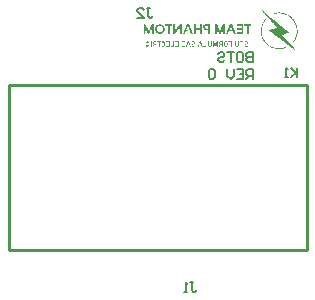
<source format=gbo>
G04*
G04 #@! TF.GenerationSoftware,Altium Limited,Altium Designer,18.1.11 (251)*
G04*
G04 Layer_Color=32896*
%FSLAX25Y25*%
%MOIN*%
G70*
G01*
G75*
%ADD11C,0.00787*%
%ADD31C,0.01000*%
G36*
X63438Y88301D02*
X62852D01*
Y89627D01*
X61309D01*
Y88301D01*
X60735D01*
Y91413D01*
X61309D01*
Y90125D01*
X62852D01*
Y91413D01*
X63438D01*
Y88301D01*
D02*
G37*
G36*
X56668D02*
X56107D01*
Y90609D01*
X54462Y88301D01*
X53876D01*
Y91413D01*
X54437D01*
Y89143D01*
X56094Y91413D01*
X56668D01*
Y88301D01*
D02*
G37*
G36*
X71088Y88301D02*
X70553D01*
Y90456D01*
X69686Y88301D01*
X69189D01*
X68347Y90456D01*
Y88301D01*
X67812D01*
Y91413D01*
X68385D01*
X69431Y89054D01*
X70477Y91413D01*
X71088D01*
Y88301D01*
D02*
G37*
G36*
X47297Y88301D02*
X46774D01*
Y90456D01*
X45907Y88301D01*
X45423D01*
X44556Y90456D01*
Y88301D01*
X44033D01*
Y91413D01*
X44607D01*
X45640Y89054D01*
X46711Y91413D01*
X47297D01*
Y88301D01*
D02*
G37*
G36*
X79912Y90915D02*
X79006D01*
Y88301D01*
X78433D01*
Y90915D01*
X77527D01*
Y91413D01*
X79912D01*
Y90915D01*
D02*
G37*
G36*
X77209Y88301D02*
X75041D01*
Y88799D01*
X76648D01*
Y89615D01*
X75130D01*
Y90125D01*
X76622D01*
Y90915D01*
X75067D01*
Y91413D01*
X77209D01*
Y88301D01*
D02*
G37*
G36*
X74773D02*
X74187D01*
X73141Y90826D01*
X72657Y89640D01*
X73294D01*
X73485Y89143D01*
X72440D01*
X72096Y88301D01*
X71458D01*
X72822Y91413D01*
X73447D01*
X74773Y88301D01*
D02*
G37*
G36*
X66167Y88301D02*
X65593D01*
Y90903D01*
X64803D01*
X64688Y90890D01*
X64599Y90851D01*
X64535Y90813D01*
X64522Y90800D01*
X64459Y90724D01*
X64433Y90622D01*
X64420Y90545D01*
Y90533D01*
Y90520D01*
X64433Y90431D01*
X64446Y90354D01*
X64522Y90227D01*
X64561Y90176D01*
X64586Y90137D01*
X64612Y90125D01*
X64624Y90112D01*
X64701Y90061D01*
X64790Y90010D01*
X64994Y89946D01*
X65070Y89921D01*
X65147Y89908D01*
X65198Y89895D01*
X65211D01*
X65134Y89372D01*
X64905Y89424D01*
X64701Y89474D01*
X64522Y89538D01*
X64382Y89615D01*
X64280Y89666D01*
X64204Y89717D01*
X64152Y89755D01*
X64140Y89768D01*
X64025Y89882D01*
X63949Y90010D01*
X63885Y90137D01*
X63846Y90265D01*
X63821Y90367D01*
X63808Y90456D01*
Y90507D01*
Y90533D01*
X63821Y90686D01*
X63846Y90813D01*
X63885Y90928D01*
X63923Y91017D01*
X63974Y91094D01*
X64012Y91145D01*
X64038Y91170D01*
X64051Y91183D01*
X64152Y91259D01*
X64267Y91311D01*
X64382Y91361D01*
X64497Y91387D01*
X64599Y91400D01*
X64688Y91413D01*
X66167D01*
Y88301D01*
D02*
G37*
G36*
X60353D02*
X59767D01*
X58734Y90826D01*
X58236Y89640D01*
X58861D01*
X59065Y89143D01*
X58033D01*
X57663Y88301D01*
X57051D01*
X58402Y91413D01*
X59027D01*
X60353Y88301D01*
D02*
G37*
G36*
X53557Y90915D02*
X52652D01*
Y88301D01*
X52078D01*
Y90915D01*
X51186D01*
Y91413D01*
X53557D01*
Y90915D01*
D02*
G37*
G36*
X49668Y91425D02*
X49911Y91374D01*
X50115Y91311D01*
X50280Y91234D01*
X50408Y91158D01*
X50497Y91094D01*
X50561Y91043D01*
X50574Y91030D01*
X50701Y90864D01*
X50803Y90673D01*
X50867Y90482D01*
X50918Y90290D01*
X50943Y90112D01*
X50956Y89972D01*
X50969Y89921D01*
Y89882D01*
Y89857D01*
Y89844D01*
X50943Y89577D01*
X50893Y89334D01*
X50816Y89130D01*
X50740Y88964D01*
X50676Y88824D01*
X50612Y88735D01*
X50561Y88684D01*
X50548Y88658D01*
X50383Y88531D01*
X50204Y88429D01*
X50013Y88365D01*
X49821Y88314D01*
X49656Y88289D01*
X49528Y88276D01*
X49477Y88263D01*
X49401D01*
X49133Y88276D01*
X48891Y88327D01*
X48687Y88391D01*
X48534Y88467D01*
X48406Y88531D01*
X48317Y88595D01*
X48253Y88646D01*
X48241Y88658D01*
X48113Y88824D01*
X48011Y89016D01*
X47947Y89219D01*
X47896Y89411D01*
X47871Y89577D01*
X47845Y89717D01*
Y89768D01*
Y89806D01*
Y89832D01*
Y89844D01*
X47858Y90125D01*
X47909Y90367D01*
X47973Y90571D01*
X48037Y90737D01*
X48113Y90864D01*
X48177Y90953D01*
X48228Y91017D01*
X48241Y91030D01*
X48393Y91170D01*
X48585Y91272D01*
X48776Y91336D01*
X48967Y91387D01*
X49133Y91413D01*
X49273Y91438D01*
X49401D01*
X49668Y91425D01*
D02*
G37*
G36*
X80613Y86695D02*
X43357Y86695D01*
Y86963D01*
X80613Y86963D01*
Y86695D01*
D02*
G37*
G36*
X89716Y95327D02*
X90048Y95288D01*
X90341Y95250D01*
X90481Y95225D01*
X90596Y95199D01*
X90698Y95174D01*
X90787Y95148D01*
X90864Y95135D01*
X90915Y95123D01*
X90940Y95110D01*
X90953D01*
X91297Y94995D01*
X91629Y94855D01*
X91922Y94715D01*
X92190Y94574D01*
X92304Y94511D01*
X92406Y94447D01*
X92509Y94396D01*
X92585Y94345D01*
X92636Y94307D01*
X92687Y94281D01*
X92712Y94269D01*
X92725Y94256D01*
X93019Y94026D01*
X93299Y93784D01*
X93541Y93542D01*
X93745Y93312D01*
X93924Y93108D01*
X94000Y93032D01*
X94051Y92955D01*
X94102Y92892D01*
X94140Y92853D01*
X94153Y92828D01*
X94166Y92815D01*
X94370Y92496D01*
X94561Y92177D01*
X94701Y91872D01*
X94829Y91591D01*
X94880Y91464D01*
X94931Y91349D01*
X94956Y91247D01*
X94995Y91170D01*
X95020Y91094D01*
X95033Y91043D01*
X95046Y91017D01*
Y91005D01*
X95135Y90648D01*
X95211Y90290D01*
X95262Y89959D01*
X95288Y89653D01*
X95301Y89526D01*
Y89398D01*
X95314Y89296D01*
Y89207D01*
Y89130D01*
Y89079D01*
Y89041D01*
Y89028D01*
X95288Y88658D01*
X95237Y88314D01*
X95173Y87983D01*
X95097Y87690D01*
X95071Y87562D01*
X95033Y87447D01*
X95007Y87345D01*
X94969Y87269D01*
X94956Y87192D01*
X94931Y87141D01*
X94918Y87116D01*
Y87103D01*
X94778Y86759D01*
X94612Y86427D01*
X94446Y86121D01*
X94281Y85853D01*
X94204Y85739D01*
X94140Y85637D01*
X94077Y85548D01*
X94013Y85471D01*
X93975Y85407D01*
X93937Y85369D01*
X93924Y85343D01*
X93911Y85331D01*
X93694Y85522D01*
X93911Y85815D01*
X94115Y86108D01*
X94281Y86389D01*
X94408Y86644D01*
X94523Y86861D01*
X94561Y86963D01*
X94599Y87039D01*
X94625Y87103D01*
X94651Y87154D01*
X94663Y87179D01*
Y87192D01*
X94778Y87537D01*
X94854Y87868D01*
X94931Y88187D01*
X94969Y88467D01*
X94995Y88582D01*
X95007Y88697D01*
Y88799D01*
X95020Y88888D01*
X95033Y88952D01*
Y89003D01*
Y89028D01*
Y89041D01*
Y89398D01*
X95007Y89729D01*
X94969Y90048D01*
X94918Y90329D01*
X94893Y90456D01*
X94880Y90571D01*
X94854Y90673D01*
X94829Y90750D01*
X94816Y90826D01*
X94804Y90877D01*
X94791Y90903D01*
Y90915D01*
X94676Y91259D01*
X94536Y91578D01*
X94396Y91872D01*
X94255Y92127D01*
X94191Y92241D01*
X94128Y92343D01*
X94077Y92432D01*
X94026Y92509D01*
X93988Y92573D01*
X93962Y92611D01*
X93937Y92637D01*
Y92649D01*
X93707Y92943D01*
X93477Y93210D01*
X93248Y93453D01*
X93031Y93644D01*
X92840Y93809D01*
X92764Y93873D01*
X92700Y93924D01*
X92636Y93975D01*
X92598Y94001D01*
X92572Y94026D01*
X92559D01*
X92254Y94217D01*
X91960Y94383D01*
X91680Y94524D01*
X91412Y94638D01*
X91195Y94727D01*
X91093Y94766D01*
X91017Y94791D01*
X90953Y94817D01*
X90902Y94829D01*
X90877Y94842D01*
X90864D01*
X90519Y94932D01*
X90188Y94995D01*
X89869Y95034D01*
X89589Y95059D01*
X89461Y95072D01*
X89346Y95085D01*
X88990D01*
X88633Y95059D01*
X88288Y95021D01*
X87957Y94957D01*
X87676Y94880D01*
X87549Y94855D01*
X87434Y94817D01*
X87332Y94791D01*
X87256Y94753D01*
X87179Y94740D01*
X87128Y94715D01*
X87103Y94702D01*
X87090D01*
X87001Y94957D01*
X87357Y95085D01*
X87714Y95174D01*
X88046Y95250D01*
X88352Y95288D01*
X88480Y95314D01*
X88607Y95327D01*
X88709Y95340D01*
X88798D01*
X88875Y95352D01*
X89359D01*
X89716Y95327D01*
D02*
G37*
G36*
X68641Y83966D02*
X68373D01*
Y85063D01*
X68360D01*
X67990Y84222D01*
X67761D01*
X67404Y85063D01*
X67391D01*
Y83966D01*
X67123D01*
Y85726D01*
X67378D01*
X67875Y84579D01*
X68385Y85726D01*
X68641D01*
Y83966D01*
D02*
G37*
G36*
X75819Y84553D02*
X75806Y84464D01*
X75793Y84387D01*
X75780Y84336D01*
Y84311D01*
X75730Y84234D01*
X75678Y84183D01*
X75640Y84132D01*
X75627Y84119D01*
X75564Y84069D01*
X75500Y84017D01*
X75449Y84005D01*
X75436Y83992D01*
X75347Y83966D01*
X75270Y83954D01*
X75194D01*
X75092Y83966D01*
X75015Y83979D01*
X74964Y83992D01*
X74939D01*
X74862Y84030D01*
X74799Y84069D01*
X74761Y84107D01*
X74748Y84119D01*
X74684Y84183D01*
X74633Y84247D01*
X74620Y84298D01*
X74607Y84311D01*
X74582Y84400D01*
X74556Y84477D01*
Y84527D01*
Y84553D01*
Y85726D01*
X74824D01*
Y84591D01*
Y84527D01*
X74837Y84477D01*
X74850Y84451D01*
Y84438D01*
X74875Y84387D01*
X74901Y84349D01*
X74926Y84324D01*
X74939Y84311D01*
X75015Y84260D01*
X75041Y84234D01*
X75054D01*
X75092Y84222D01*
X75245D01*
X75296Y84234D01*
X75334D01*
X75411Y84285D01*
X75436Y84298D01*
X75449Y84311D01*
X75500Y84400D01*
X75525Y84425D01*
Y84438D01*
X75551Y84540D01*
Y84579D01*
Y84591D01*
Y85726D01*
X75819D01*
Y84553D01*
D02*
G37*
G36*
X66664Y84553D02*
X66651Y84464D01*
X66639Y84387D01*
X66626Y84336D01*
Y84311D01*
X66575Y84234D01*
X66524Y84183D01*
X66486Y84132D01*
X66473Y84119D01*
X66409Y84069D01*
X66346Y84017D01*
X66294Y84005D01*
X66282Y83992D01*
X66193Y83966D01*
X66116Y83954D01*
X66027D01*
X65938Y83966D01*
X65861Y83979D01*
X65810Y83992D01*
X65785D01*
X65708Y84030D01*
X65644Y84069D01*
X65606Y84107D01*
X65593Y84119D01*
X65530Y84183D01*
X65478Y84247D01*
X65466Y84298D01*
X65453Y84311D01*
X65428Y84400D01*
X65402Y84477D01*
Y84527D01*
Y84553D01*
Y85726D01*
X65670D01*
Y84591D01*
Y84527D01*
X65683Y84477D01*
X65695Y84451D01*
Y84438D01*
X65746Y84349D01*
X65759Y84324D01*
X65772Y84311D01*
X65848Y84260D01*
X65874Y84234D01*
X65886D01*
X65976Y84222D01*
X66091D01*
X66141Y84234D01*
X66180D01*
X66243Y84285D01*
X66269Y84298D01*
X66282Y84311D01*
X66320Y84362D01*
X66346Y84400D01*
X66371Y84425D01*
Y84438D01*
X66396Y84540D01*
Y84579D01*
Y84591D01*
Y85726D01*
X66664D01*
Y84553D01*
D02*
G37*
G36*
X50688Y85726D02*
X50740Y85713D01*
X50752D01*
X50816Y85701D01*
X50867Y85675D01*
X50893Y85662D01*
X50905Y85650D01*
X50994Y85586D01*
X51020Y85560D01*
X51033Y85548D01*
X51096Y85471D01*
X51109Y85445D01*
X51122Y85433D01*
X51135Y85369D01*
X51148Y85356D01*
Y85343D01*
X51160Y85280D01*
X51173Y85267D01*
Y85254D01*
X51186Y85203D01*
Y85165D01*
Y85114D01*
Y85101D01*
Y85025D01*
Y84948D01*
Y84885D01*
Y84872D01*
Y84859D01*
Y84744D01*
Y84668D01*
Y84604D01*
Y84591D01*
Y84527D01*
X51173Y84477D01*
Y84451D01*
Y84438D01*
Y84400D01*
Y84387D01*
Y84374D01*
X51160Y84349D01*
X51148Y84336D01*
X51135Y84311D01*
Y84298D01*
X51122Y84272D01*
Y84260D01*
X51058Y84183D01*
X51046Y84158D01*
X51033Y84145D01*
X50943Y84081D01*
X50918Y84056D01*
X50905Y84043D01*
X50803Y83992D01*
X50765Y83979D01*
X50752D01*
X50688Y83966D01*
X50612Y83954D01*
X50472D01*
X50408Y83966D01*
X50357Y83979D01*
X50344D01*
X50268Y84005D01*
X50217Y84043D01*
X50178Y84056D01*
X50166Y84069D01*
X50102Y84132D01*
X50051Y84183D01*
X50025Y84222D01*
X50013Y84234D01*
X49975Y84311D01*
X49949Y84387D01*
X49936Y84438D01*
Y84464D01*
X50217D01*
X50255Y84374D01*
X50306Y84324D01*
X50344Y84285D01*
X50357Y84272D01*
X50421Y84247D01*
X50485Y84234D01*
X50536Y84222D01*
X50650D01*
X50701Y84247D01*
X50714Y84260D01*
X50765Y84272D01*
X50778Y84285D01*
X50816Y84324D01*
X50829Y84336D01*
X50841D01*
X50867Y84387D01*
X50880Y84413D01*
X50893Y84464D01*
X50905Y84489D01*
X50918Y84527D01*
Y84579D01*
Y84617D01*
Y84629D01*
Y84706D01*
Y84782D01*
Y84834D01*
Y84859D01*
Y84935D01*
Y84999D01*
Y85050D01*
Y85063D01*
Y85127D01*
X50905Y85178D01*
Y85190D01*
Y85203D01*
X50893Y85254D01*
X50880Y85280D01*
X50854Y85331D01*
X50841Y85356D01*
X50791Y85382D01*
X50778Y85395D01*
X50740Y85433D01*
X50714Y85445D01*
X50676Y85458D01*
X50650D01*
X50586Y85471D01*
X50561Y85484D01*
X50548D01*
X50472Y85471D01*
X50446Y85458D01*
X50433D01*
X50370Y85433D01*
X50344Y85420D01*
Y85407D01*
X50280Y85343D01*
X50268Y85331D01*
Y85318D01*
X50230Y85254D01*
X50217Y85229D01*
Y85216D01*
X49936D01*
X49962Y85293D01*
X49987Y85356D01*
X50000Y85407D01*
X50013Y85420D01*
X50051Y85496D01*
X50089Y85548D01*
X50128Y85586D01*
X50140Y85598D01*
X50204Y85650D01*
X50268Y85675D01*
X50306Y85701D01*
X50331D01*
X50408Y85726D01*
X50472Y85739D01*
X50625D01*
X50688Y85726D01*
D02*
G37*
G36*
X45410D02*
X45448Y85713D01*
X45461D01*
X45525Y85701D01*
X45576Y85675D01*
X45614Y85662D01*
X45627Y85650D01*
X45678Y85624D01*
X45716Y85586D01*
X45742Y85560D01*
X45754Y85548D01*
X45805Y85471D01*
X45818Y85445D01*
X45831Y85433D01*
X45856Y85369D01*
X45869Y85356D01*
Y85343D01*
X45882Y85280D01*
Y85267D01*
Y85254D01*
X45895Y85203D01*
X45907Y85165D01*
X45920Y85114D01*
Y85101D01*
Y85025D01*
Y84948D01*
Y84885D01*
Y84872D01*
Y84859D01*
Y84744D01*
Y84668D01*
Y84604D01*
Y84591D01*
X45907Y84527D01*
X45895Y84477D01*
X45882Y84451D01*
Y84438D01*
Y84400D01*
Y84387D01*
Y84374D01*
X45869Y84349D01*
X45856Y84336D01*
Y84311D01*
Y84298D01*
X45843Y84272D01*
X45831Y84260D01*
X45780Y84183D01*
X45754Y84158D01*
Y84145D01*
X45665Y84081D01*
X45640Y84056D01*
X45627Y84043D01*
X45563Y84017D01*
X45512Y83992D01*
X45474Y83979D01*
X45461D01*
X45397Y83966D01*
X45333Y83954D01*
X45206D01*
X45129Y83966D01*
X45079Y83979D01*
X45066D01*
X44989Y84005D01*
X44925Y84043D01*
X44887Y84056D01*
X44875Y84069D01*
X44824Y84132D01*
X44785Y84183D01*
X44760Y84222D01*
X44747Y84234D01*
X44709Y84311D01*
X44671Y84387D01*
X44658Y84438D01*
X44645Y84464D01*
X44951D01*
X44989Y84374D01*
X45040Y84324D01*
X45079Y84285D01*
X45091Y84272D01*
X45155Y84247D01*
X45219Y84234D01*
X45257Y84222D01*
X45359D01*
X45423Y84247D01*
X45436Y84260D01*
X45448D01*
X45487Y84272D01*
X45499Y84285D01*
X45537Y84324D01*
X45550Y84336D01*
X45588Y84387D01*
X45601Y84413D01*
X45614Y84464D01*
Y84489D01*
X45627Y84527D01*
Y84579D01*
X45640Y84617D01*
Y84629D01*
Y84706D01*
Y84782D01*
Y84834D01*
Y84859D01*
Y84935D01*
Y84999D01*
Y85050D01*
Y85063D01*
X45627Y85127D01*
Y85178D01*
X45614Y85190D01*
Y85203D01*
X45601Y85254D01*
Y85280D01*
X45563Y85331D01*
X45550Y85356D01*
X45512Y85382D01*
X45499Y85395D01*
X45461Y85433D01*
X45448Y85445D01*
X45384Y85458D01*
X45359D01*
X45308Y85471D01*
X45283Y85484D01*
X45206Y85471D01*
X45180Y85458D01*
X45168D01*
X45091Y85433D01*
X45066Y85420D01*
X45053Y85407D01*
X45002Y85343D01*
X44989Y85331D01*
Y85318D01*
X44964Y85254D01*
X44951Y85229D01*
Y85216D01*
X44645D01*
X44671Y85293D01*
X44709Y85356D01*
X44721Y85407D01*
X44734Y85420D01*
X44772Y85496D01*
X44811Y85548D01*
X44849Y85586D01*
X44862Y85598D01*
X44925Y85650D01*
X44989Y85675D01*
X45040Y85701D01*
X45053D01*
X45129Y85726D01*
X45206Y85739D01*
X45346D01*
X45410Y85726D01*
D02*
G37*
G36*
X77247Y83966D02*
X76979D01*
Y84719D01*
X76240D01*
Y84961D01*
X76979D01*
Y85484D01*
X76112D01*
Y85726D01*
X77247D01*
Y83966D01*
D02*
G37*
G36*
X73371D02*
X73103D01*
Y84719D01*
X72364D01*
Y84961D01*
X73103D01*
Y85484D01*
X72249D01*
Y85726D01*
X73371D01*
Y83966D01*
D02*
G37*
G36*
X70285D02*
X70017D01*
Y84719D01*
X69661D01*
X69304Y83966D01*
X68972D01*
X69393Y84744D01*
X69278Y84795D01*
X69201Y84859D01*
X69151Y84910D01*
X69138Y84923D01*
X69087Y85025D01*
X69061Y85127D01*
X69049Y85216D01*
Y85229D01*
Y85242D01*
X69061Y85331D01*
X69074Y85395D01*
X69087Y85445D01*
X69099Y85458D01*
X69138Y85522D01*
X69176Y85573D01*
X69201Y85611D01*
X69214Y85624D01*
X69278Y85662D01*
X69342Y85688D01*
X69380Y85701D01*
X69393D01*
X69456Y85713D01*
X69520Y85726D01*
X70285D01*
Y83966D01*
D02*
G37*
G36*
X64930Y83966D02*
X63796D01*
Y84222D01*
X64675D01*
Y85726D01*
X64930D01*
Y83966D01*
D02*
G37*
G36*
X63617D02*
X63324D01*
X63196Y84349D01*
X62520D01*
X62393Y83966D01*
X62100D01*
X62750Y85726D01*
X62967D01*
X63617Y83966D01*
D02*
G37*
G36*
X59703D02*
X59409D01*
X59282Y84349D01*
X58606D01*
X58479Y83966D01*
X58185D01*
X58836Y85726D01*
X59052D01*
X59703Y83966D01*
D02*
G37*
G36*
X57880D02*
X56757D01*
Y84222D01*
X57612D01*
Y84732D01*
X56872D01*
Y84974D01*
X57612D01*
Y85484D01*
X56757D01*
Y85726D01*
X57880D01*
Y83966D01*
D02*
G37*
G36*
X55648D02*
X54526D01*
Y84222D01*
X55380D01*
Y84732D01*
X54641D01*
Y84974D01*
X55380D01*
Y85484D01*
X54526D01*
Y85726D01*
X55648D01*
Y83966D01*
D02*
G37*
G36*
X54144D02*
X53009D01*
Y84222D01*
X53876D01*
Y85726D01*
X54144D01*
Y83966D01*
D02*
G37*
G36*
X52639D02*
X51504D01*
Y84222D01*
X52372D01*
Y84732D01*
X51632D01*
Y84974D01*
X52372D01*
Y85484D01*
X51504D01*
Y85726D01*
X52639D01*
Y83966D01*
D02*
G37*
G36*
X49796Y85496D02*
X49312D01*
Y83966D01*
X49044D01*
Y85496D01*
X48559D01*
Y85726D01*
X49796D01*
Y85496D01*
D02*
G37*
G36*
X48253Y83966D02*
X47986D01*
Y84719D01*
X47654D01*
X47271Y83966D01*
X46966D01*
X47361Y84744D01*
X47259Y84795D01*
X47182Y84859D01*
X47131Y84910D01*
X47118Y84923D01*
X47067Y85025D01*
X47042Y85127D01*
X47029Y85216D01*
Y85229D01*
Y85242D01*
X47042Y85331D01*
X47055Y85395D01*
X47067Y85445D01*
X47080Y85458D01*
X47118Y85522D01*
X47157Y85573D01*
X47195Y85611D01*
X47208Y85624D01*
X47310Y85688D01*
X47348Y85701D01*
X47361D01*
X47425Y85713D01*
X47501Y85726D01*
X48253D01*
Y83966D01*
D02*
G37*
G36*
X46608D02*
X46341D01*
Y85726D01*
X46608D01*
Y83966D01*
D02*
G37*
G36*
X78458Y85726D02*
X78509Y85713D01*
X78535Y85701D01*
X78598Y85675D01*
X78649Y85650D01*
X78688Y85624D01*
X78700Y85611D01*
X78751Y85548D01*
X78790Y85496D01*
X78815Y85458D01*
X78828Y85445D01*
X78853Y85369D01*
X78866Y85305D01*
Y85254D01*
Y85229D01*
X78853Y85165D01*
X78841Y85101D01*
X78828Y85063D01*
Y85050D01*
X78802Y84999D01*
X78764Y84948D01*
X78751Y84923D01*
X78738Y84910D01*
X78688Y84859D01*
X78636Y84821D01*
X78598Y84795D01*
X78585Y84782D01*
X78522Y84757D01*
X78458Y84744D01*
X78407Y84732D01*
X78394D01*
X78343Y84719D01*
X78305D01*
X78280Y84706D01*
X78152D01*
X78075Y84680D01*
X78025Y84655D01*
X77999Y84629D01*
X77986Y84617D01*
X77948Y84566D01*
X77935Y84515D01*
X77922Y84477D01*
Y84464D01*
X77935Y84374D01*
X77961Y84324D01*
X77999Y84285D01*
X78012Y84272D01*
X78088Y84247D01*
X78165Y84234D01*
X78241Y84222D01*
X78267D01*
X78369Y84234D01*
X78458Y84247D01*
X78522Y84260D01*
X78547D01*
X78636Y84298D01*
X78700Y84349D01*
X78751Y84387D01*
X78764Y84400D01*
X78955Y84196D01*
X78841Y84107D01*
X78738Y84056D01*
X78662Y84017D01*
X78649Y84005D01*
X78636D01*
X78509Y83979D01*
X78394Y83966D01*
X78343Y83954D01*
X78165D01*
X78075Y83979D01*
X77999Y83992D01*
X77935Y84017D01*
X77884Y84043D01*
X77846Y84056D01*
X77833Y84081D01*
X77820D01*
X77770Y84132D01*
X77731Y84196D01*
X77680Y84324D01*
X77667Y84374D01*
X77655Y84425D01*
Y84451D01*
Y84464D01*
Y84527D01*
X77667Y84579D01*
X77680Y84617D01*
Y84629D01*
X77706Y84693D01*
X77731Y84744D01*
X77757Y84782D01*
X77770Y84795D01*
X77820Y84846D01*
X77859Y84885D01*
X77910Y84897D01*
X77922Y84910D01*
X77999Y84948D01*
X78063Y84961D01*
X78114Y84974D01*
X78254D01*
X78305Y84987D01*
X78318Y84999D01*
X78330D01*
X78382Y85012D01*
X78420D01*
X78445Y85025D01*
X78458D01*
X78509Y85063D01*
X78522Y85076D01*
X78560Y85140D01*
X78573Y85152D01*
X78585Y85203D01*
Y85229D01*
X78573Y85305D01*
X78560Y85318D01*
Y85331D01*
X78535Y85369D01*
X78522Y85395D01*
X78496Y85420D01*
X78433Y85445D01*
X78420Y85458D01*
X78407D01*
X78330Y85484D01*
X78292D01*
X78203Y85471D01*
X78139Y85458D01*
X78088Y85445D01*
X78063Y85433D01*
X77986Y85407D01*
X77910Y85369D01*
X77859Y85343D01*
X77846Y85331D01*
X77706Y85560D01*
X77795Y85624D01*
X77872Y85662D01*
X77935Y85675D01*
X77948Y85688D01*
X77961D01*
X78075Y85713D01*
X78177Y85739D01*
X78382D01*
X78458Y85726D01*
D02*
G37*
G36*
X71471D02*
X71522Y85713D01*
X71535D01*
X71599Y85701D01*
X71649Y85675D01*
X71675Y85662D01*
X71688Y85650D01*
X71739Y85624D01*
X71777Y85586D01*
X71803Y85560D01*
X71815Y85548D01*
X71866Y85471D01*
X71892Y85445D01*
Y85433D01*
X71917Y85369D01*
X71930Y85356D01*
Y85343D01*
X71943Y85280D01*
X71956Y85267D01*
Y85254D01*
Y85203D01*
Y85165D01*
X71968Y85114D01*
Y85101D01*
X71981Y85025D01*
Y84948D01*
Y84885D01*
Y84872D01*
Y84859D01*
Y84744D01*
X71968Y84668D01*
Y84604D01*
Y84591D01*
X71956Y84527D01*
Y84477D01*
Y84451D01*
Y84438D01*
X71943Y84400D01*
Y84387D01*
Y84374D01*
X71930Y84349D01*
Y84336D01*
X71917Y84311D01*
Y84298D01*
X71904Y84272D01*
X71892Y84260D01*
X71841Y84183D01*
X71828Y84158D01*
X71815Y84145D01*
X71726Y84081D01*
X71701Y84056D01*
X71688Y84043D01*
X71586Y83992D01*
X71548Y83979D01*
X71535D01*
X71471Y83966D01*
X71407Y83954D01*
X71267D01*
X71203Y83966D01*
X71165Y83979D01*
X71152D01*
X71088Y84005D01*
X71038Y84017D01*
X71012Y84043D01*
X70999D01*
X70948Y84081D01*
X70910Y84119D01*
X70885Y84132D01*
X70872Y84145D01*
X70808Y84222D01*
X70795Y84247D01*
Y84260D01*
X70770Y84311D01*
X70757Y84336D01*
X70732Y84413D01*
X70719Y84425D01*
Y84438D01*
Y84489D01*
Y84540D01*
Y84579D01*
Y84591D01*
X70706Y84680D01*
Y84770D01*
Y84834D01*
Y84846D01*
Y84859D01*
Y84961D01*
Y85037D01*
X70719Y85088D01*
Y85101D01*
Y85165D01*
Y85216D01*
Y85242D01*
Y85254D01*
X70744Y85318D01*
X70757Y85343D01*
X70783Y85407D01*
X70795Y85433D01*
X70846Y85509D01*
X70859Y85535D01*
X70872Y85548D01*
X70948Y85624D01*
X70986Y85637D01*
X70999Y85650D01*
X71050Y85688D01*
X71101Y85701D01*
X71140Y85713D01*
X71152D01*
X71216Y85726D01*
X71280Y85739D01*
X71420D01*
X71471Y85726D01*
D02*
G37*
G36*
X60723Y85726D02*
X60786Y85713D01*
X60799Y85701D01*
X60863Y85675D01*
X60927Y85650D01*
X60965Y85624D01*
X60978Y85611D01*
X61029Y85548D01*
X61067Y85496D01*
X61080Y85458D01*
X61093Y85445D01*
X61105Y85369D01*
X61118Y85305D01*
Y85254D01*
Y85229D01*
Y85165D01*
X61105Y85101D01*
X61093Y85063D01*
Y85050D01*
X61067Y84999D01*
X61041Y84948D01*
X61016Y84923D01*
X61003Y84910D01*
X60965Y84859D01*
X60914Y84821D01*
X60876Y84795D01*
X60863Y84782D01*
X60799Y84757D01*
X60723Y84744D01*
X60672Y84732D01*
X60659D01*
X60583Y84719D01*
X60557Y84706D01*
X60430D01*
X60353Y84680D01*
X60289Y84655D01*
X60264Y84629D01*
X60251Y84617D01*
X60225Y84566D01*
X60200Y84515D01*
Y84477D01*
Y84464D01*
X60213Y84374D01*
X60238Y84324D01*
X60277Y84285D01*
X60289Y84272D01*
X60366Y84247D01*
X60442Y84234D01*
X60519Y84222D01*
X60544D01*
X60646Y84234D01*
X60735Y84247D01*
X60799Y84260D01*
X60825D01*
X60901Y84298D01*
X60978Y84349D01*
X61029Y84387D01*
X61041Y84400D01*
X61220Y84196D01*
X61118Y84107D01*
X61016Y84056D01*
X60940Y84017D01*
X60927Y84005D01*
X60914D01*
X60786Y83979D01*
X60672Y83966D01*
X60621Y83954D01*
X60442D01*
X60340Y83979D01*
X60264Y83992D01*
X60200Y84017D01*
X60149Y84043D01*
X60111Y84056D01*
X60098Y84081D01*
X60085D01*
X60034Y84132D01*
X59996Y84196D01*
X59945Y84324D01*
Y84374D01*
X59932Y84425D01*
Y84451D01*
Y84464D01*
Y84527D01*
X59945Y84579D01*
X59958Y84617D01*
Y84629D01*
X59983Y84693D01*
X60009Y84744D01*
X60034Y84782D01*
X60047Y84795D01*
X60098Y84846D01*
X60136Y84885D01*
X60187Y84897D01*
X60200Y84910D01*
X60277Y84948D01*
X60340Y84961D01*
X60391Y84974D01*
X60532D01*
X60583Y84987D01*
X60595Y84999D01*
X60608D01*
X60659Y85012D01*
X60697D01*
X60723Y85025D01*
X60735D01*
X60786Y85063D01*
X60799Y85076D01*
X60825Y85140D01*
X60838Y85152D01*
X60850Y85203D01*
Y85229D01*
X60838Y85305D01*
Y85318D01*
Y85331D01*
X60812Y85369D01*
X60799Y85395D01*
X60774Y85420D01*
X60710Y85445D01*
X60697Y85458D01*
X60685D01*
X60595Y85484D01*
X60557D01*
X60480Y85471D01*
X60404Y85458D01*
X60353Y85445D01*
X60340Y85433D01*
X60264Y85407D01*
X60187Y85369D01*
X60136Y85343D01*
X60123Y85331D01*
X59983Y85560D01*
X60072Y85624D01*
X60149Y85662D01*
X60213Y85675D01*
X60225Y85688D01*
X60238D01*
X60340Y85713D01*
X60442Y85739D01*
X60646D01*
X60723Y85726D01*
D02*
G37*
G36*
X84820Y93095D02*
X84578Y92802D01*
X84361Y92509D01*
X84183Y92229D01*
X84043Y91974D01*
X83928Y91744D01*
X83877Y91655D01*
X83838Y91566D01*
X83813Y91502D01*
X83788Y91451D01*
X83775Y91425D01*
Y91413D01*
X83647Y91068D01*
X83558Y90724D01*
X83482Y90405D01*
X83430Y90125D01*
X83418Y89997D01*
X83392Y89882D01*
Y89780D01*
X83380Y89691D01*
X83367Y89615D01*
Y89564D01*
Y89538D01*
Y89526D01*
Y89169D01*
X83380Y88837D01*
X83418Y88506D01*
X83456Y88225D01*
X83482Y88098D01*
X83507Y87983D01*
X83533Y87881D01*
X83558Y87792D01*
X83571Y87715D01*
X83583Y87664D01*
X83596Y87638D01*
Y87626D01*
X83711Y87269D01*
X83838Y86950D01*
X83991Y86644D01*
X84132Y86376D01*
X84196Y86261D01*
X84259Y86159D01*
X84310Y86058D01*
X84361Y85981D01*
X84399Y85930D01*
X84438Y85879D01*
X84451Y85853D01*
X84463Y85841D01*
X84693Y85535D01*
X84935Y85267D01*
X85177Y85037D01*
X85394Y84834D01*
X85585Y84668D01*
X85675Y84604D01*
X85738Y84553D01*
X85802Y84502D01*
X85840Y84477D01*
X85866Y84464D01*
X85878Y84451D01*
X86185Y84260D01*
X86490Y84081D01*
X86784Y83941D01*
X87051Y83826D01*
X87281Y83737D01*
X87370Y83699D01*
X87459Y83673D01*
X87523Y83648D01*
X87574Y83635D01*
X87600Y83622D01*
X87612D01*
X87957Y83533D01*
X88301Y83482D01*
X88633Y83444D01*
X88913Y83418D01*
X89525D01*
X89895Y83456D01*
X90239Y83508D01*
X90570Y83584D01*
X90864Y83673D01*
X90991Y83711D01*
X91106Y83750D01*
X91208Y83775D01*
X91297Y83814D01*
X91374Y83839D01*
X91425Y83864D01*
X91450Y83877D01*
X91463D01*
X91565Y83609D01*
X91144Y83456D01*
X90953Y83393D01*
X90775Y83342D01*
X90622Y83303D01*
X90507Y83278D01*
X90430Y83253D01*
X90405D01*
X90175Y83214D01*
X89959Y83189D01*
X89767Y83163D01*
X89576Y83151D01*
X89423D01*
X89308Y83138D01*
X89206D01*
X88900Y83151D01*
X88760D01*
X88645Y83163D01*
X88543Y83176D01*
X88454D01*
X88403Y83189D01*
X88390D01*
X88084Y83240D01*
X87957Y83265D01*
X87829Y83291D01*
X87727Y83316D01*
X87638Y83342D01*
X87587Y83355D01*
X87574D01*
X87204Y83469D01*
X86860Y83609D01*
X86541Y83750D01*
X86261Y83890D01*
X86146Y83954D01*
X86032Y84017D01*
X85942Y84081D01*
X85866Y84132D01*
X85802Y84171D01*
X85751Y84196D01*
X85725Y84222D01*
X85713D01*
X85394Y84451D01*
X85114Y84706D01*
X84859Y84948D01*
X84642Y85178D01*
X84476Y85369D01*
X84399Y85458D01*
X84348Y85535D01*
X84298Y85598D01*
X84259Y85637D01*
X84246Y85662D01*
X84234Y85675D01*
X84017Y85994D01*
X83838Y86325D01*
X83685Y86631D01*
X83558Y86912D01*
X83507Y87039D01*
X83469Y87167D01*
X83430Y87269D01*
X83392Y87358D01*
X83367Y87422D01*
X83354Y87485D01*
X83341Y87511D01*
Y87524D01*
X83252Y87906D01*
X83175Y88276D01*
X83137Y88620D01*
X83112Y88926D01*
X83099Y89066D01*
Y89194D01*
Y89309D01*
Y89398D01*
Y89474D01*
Y89526D01*
Y89564D01*
Y89577D01*
X83137Y89959D01*
X83188Y90329D01*
X83265Y90660D01*
X83341Y90953D01*
X83380Y91094D01*
X83418Y91208D01*
X83456Y91311D01*
X83482Y91400D01*
X83507Y91476D01*
X83533Y91527D01*
X83545Y91553D01*
Y91566D01*
X83698Y91910D01*
X83877Y92241D01*
X84043Y92535D01*
X84221Y92790D01*
X84298Y92892D01*
X84374Y92993D01*
X84438Y93083D01*
X84489Y93147D01*
X84540Y93210D01*
X84578Y93248D01*
X84591Y93274D01*
X84604Y93287D01*
X84820Y93095D01*
D02*
G37*
G36*
X83966Y95697D02*
X84374Y95365D01*
X84744Y95059D01*
X84922Y94919D01*
X85088Y94791D01*
X85241Y94664D01*
X85369Y94549D01*
X85496Y94460D01*
X85598Y94371D01*
X85675Y94307D01*
X85738Y94256D01*
X85777Y94230D01*
X85789Y94217D01*
X86197Y93873D01*
X86605Y93542D01*
X86988Y93236D01*
X87154Y93083D01*
X87319Y92955D01*
X87472Y92828D01*
X87612Y92713D01*
X87727Y92611D01*
X87829Y92535D01*
X87906Y92458D01*
X87969Y92407D01*
X88008Y92382D01*
X88020Y92369D01*
X88441Y92024D01*
X88849Y91693D01*
X89232Y91387D01*
X89410Y91247D01*
X89563Y91119D01*
X89716Y90992D01*
X89856Y90877D01*
X89984Y90788D01*
X90086Y90698D01*
X90162Y90635D01*
X90226Y90584D01*
X90264Y90558D01*
X90277Y90545D01*
X90698Y90201D01*
X91106Y89870D01*
X91488Y89564D01*
X91667Y89411D01*
X91833Y89283D01*
X91986Y89156D01*
X92126Y89041D01*
X92254Y88939D01*
X92356Y88863D01*
X92432Y88786D01*
X92496Y88735D01*
X92534Y88709D01*
X92547Y88697D01*
X92317Y88620D01*
X92088Y88544D01*
X91884Y88467D01*
X91705Y88403D01*
X91540Y88353D01*
X91425Y88314D01*
X91348Y88289D01*
X91335Y88276D01*
X91323D01*
X91093Y88200D01*
X90877Y88136D01*
X90672Y88059D01*
X90481Y87995D01*
X90328Y87945D01*
X90201Y87906D01*
X90124Y87881D01*
X90112Y87868D01*
X90099D01*
X90239Y87690D01*
X90367Y87537D01*
X90417Y87473D01*
X90456Y87435D01*
X90481Y87409D01*
X90494Y87396D01*
X90647Y87243D01*
X90762Y87116D01*
X90813Y87052D01*
X90851Y87014D01*
X90877Y86988D01*
X90889Y86976D01*
X91080Y86772D01*
X91272Y86567D01*
X91450Y86389D01*
X91603Y86223D01*
X91731Y86083D01*
X91833Y85968D01*
X91896Y85905D01*
X91922Y85892D01*
Y85879D01*
X92113Y85675D01*
X92304Y85471D01*
X92483Y85280D01*
X92636Y85114D01*
X92764Y84974D01*
X92866Y84859D01*
X92929Y84795D01*
X92955Y84782D01*
Y84770D01*
X93146Y84566D01*
X93325Y84362D01*
X93503Y84183D01*
X93656Y84017D01*
X93783Y83877D01*
X93885Y83763D01*
X93949Y83699D01*
X93975Y83686D01*
Y83673D01*
X94166Y83469D01*
X94357Y83265D01*
X94536Y83074D01*
X94689Y82908D01*
X94816Y82768D01*
X94918Y82653D01*
X94982Y82590D01*
X95007Y82577D01*
Y82564D01*
X95059Y82526D01*
X95097Y82487D01*
X95148Y82462D01*
X95161Y82449D01*
X95211Y82398D01*
X95224Y82360D01*
X95211Y82322D01*
Y82309D01*
X95199Y82296D01*
X95186Y82284D01*
X95148Y82296D01*
X95109Y82309D01*
X95097Y82322D01*
X95033Y82373D01*
X94982Y82424D01*
X94956Y82449D01*
X94944Y82462D01*
X94523Y82768D01*
X94115Y83074D01*
X93733Y83355D01*
X93554Y83495D01*
X93388Y83609D01*
X93235Y83724D01*
X93108Y83826D01*
X92980Y83928D01*
X92878Y84005D01*
X92802Y84056D01*
X92738Y84107D01*
X92700Y84132D01*
X92687Y84145D01*
X92266Y84464D01*
X91858Y84770D01*
X91488Y85050D01*
X91310Y85178D01*
X91144Y85305D01*
X90991Y85420D01*
X90851Y85522D01*
X90736Y85611D01*
X90634Y85688D01*
X90558Y85751D01*
X90494Y85790D01*
X90456Y85815D01*
X90443Y85828D01*
X90022Y86147D01*
X89614Y86453D01*
X89232Y86746D01*
X89053Y86874D01*
X88900Y87001D01*
X88747Y87116D01*
X88607Y87218D01*
X88492Y87307D01*
X88390Y87384D01*
X88314Y87435D01*
X88250Y87485D01*
X88212Y87511D01*
X88199Y87524D01*
X87778Y87843D01*
X87370Y88148D01*
X86988Y88442D01*
X86809Y88569D01*
X86643Y88697D01*
X86490Y88811D01*
X86350Y88914D01*
X86223Y89003D01*
X86121Y89079D01*
X86044Y89130D01*
X85980Y89181D01*
X85942Y89207D01*
X85930Y89219D01*
X85866Y89271D01*
X85815Y89322D01*
X85777Y89347D01*
X85764Y89360D01*
X85700Y89411D01*
X85636Y89449D01*
X85585Y89487D01*
X85572Y89500D01*
X85853Y89577D01*
X86133Y89653D01*
X86388Y89717D01*
X86605Y89780D01*
X86796Y89819D01*
X86886Y89844D01*
X86949Y89857D01*
X87001Y89882D01*
X87039D01*
X87064Y89895D01*
X87077D01*
X87357Y89972D01*
X87625Y90048D01*
X87867Y90112D01*
X88097Y90176D01*
X88288Y90227D01*
X88377Y90252D01*
X88441Y90265D01*
X88492Y90278D01*
X88530Y90290D01*
X88556Y90303D01*
X88569D01*
X88327Y90571D01*
X88097Y90826D01*
X87880Y91068D01*
X87689Y91285D01*
X87523Y91464D01*
X87396Y91604D01*
X87357Y91655D01*
X87319Y91693D01*
X87306Y91706D01*
X87294Y91719D01*
X87051Y91986D01*
X86822Y92241D01*
X86605Y92484D01*
X86414Y92700D01*
X86248Y92879D01*
X86121Y93019D01*
X86083Y93070D01*
X86044Y93108D01*
X86032Y93121D01*
X86019Y93134D01*
X85789Y93401D01*
X85560Y93656D01*
X85343Y93899D01*
X85164Y94116D01*
X84999Y94294D01*
X84871Y94434D01*
X84833Y94485D01*
X84795Y94524D01*
X84782Y94536D01*
X84769Y94549D01*
X84527Y94817D01*
X84298Y95072D01*
X84093Y95314D01*
X83902Y95531D01*
X83736Y95709D01*
X83609Y95850D01*
X83571Y95900D01*
X83533Y95939D01*
X83520Y95951D01*
X83507Y95964D01*
X83520Y95977D01*
X83533Y95990D01*
X83545Y96028D01*
Y96041D01*
X83966Y95697D01*
D02*
G37*
%LPC*%
G36*
X49477Y90928D02*
X49401D01*
X49235Y90915D01*
X49095Y90890D01*
X48967Y90839D01*
X48878Y90800D01*
X48801Y90750D01*
X48738Y90698D01*
X48712Y90673D01*
X48700Y90660D01*
X48623Y90545D01*
X48559Y90418D01*
X48521Y90290D01*
X48483Y90163D01*
X48470Y90035D01*
X48457Y89946D01*
Y89882D01*
Y89857D01*
X48470Y89666D01*
X48496Y89500D01*
X48534Y89360D01*
X48572Y89245D01*
X48623Y89156D01*
X48661Y89092D01*
X48687Y89054D01*
X48700Y89041D01*
X48789Y88952D01*
X48904Y88875D01*
X49018Y88824D01*
X49133Y88799D01*
X49235Y88773D01*
X49324Y88761D01*
X49401D01*
X49567Y88773D01*
X49720Y88799D01*
X49847Y88850D01*
X49949Y88901D01*
X50025Y88952D01*
X50077Y89003D01*
X50115Y89028D01*
X50128Y89041D01*
X50204Y89156D01*
X50268Y89283D01*
X50306Y89424D01*
X50344Y89551D01*
X50357Y89679D01*
X50370Y89768D01*
Y89832D01*
Y89857D01*
X50357Y90048D01*
X50331Y90214D01*
X50293Y90342D01*
X50242Y90456D01*
X50204Y90545D01*
X50166Y90609D01*
X50140Y90648D01*
X50128Y90660D01*
X50025Y90750D01*
X49911Y90813D01*
X49796Y90864D01*
X49668Y90890D01*
X49567Y90915D01*
X49477Y90928D01*
D02*
G37*
G36*
X70017Y85496D02*
X69507D01*
X69495Y85484D01*
X69482D01*
X69444Y85471D01*
X69418Y85458D01*
X69393Y85445D01*
X69354Y85420D01*
X69342Y85382D01*
X69329Y85369D01*
Y85356D01*
X69304Y85280D01*
Y85254D01*
Y85242D01*
X69316Y85165D01*
X69329Y85140D01*
Y85127D01*
X69354Y85063D01*
X69367Y85050D01*
X69380Y85037D01*
X69406Y85012D01*
X69431Y84987D01*
X69456Y84974D01*
X69469D01*
X69559Y84961D01*
X70017D01*
Y85496D01*
D02*
G37*
G36*
X62852Y85369D02*
X62597Y84591D01*
X63120D01*
X62852Y85369D01*
D02*
G37*
G36*
X58951D02*
X58696Y84591D01*
X59206D01*
X58951Y85369D01*
D02*
G37*
G36*
X47986Y85496D02*
X47488D01*
X47475Y85484D01*
X47463D01*
X47386Y85458D01*
X47374Y85445D01*
X47361D01*
X47322Y85382D01*
X47310Y85369D01*
Y85356D01*
X47284Y85280D01*
Y85254D01*
Y85242D01*
Y85165D01*
X47297Y85140D01*
Y85127D01*
X47322Y85063D01*
X47335Y85050D01*
X47348Y85037D01*
X47412Y84987D01*
X47437Y84974D01*
X47450D01*
X47526Y84961D01*
X47986D01*
Y85496D01*
D02*
G37*
G36*
X71343Y85484D02*
X71280Y85471D01*
X71254Y85458D01*
X71191D01*
X71178Y85445D01*
X71127Y85407D01*
X71114Y85395D01*
X71088Y85369D01*
X71076Y85356D01*
X71050Y85305D01*
X71038Y85293D01*
Y85280D01*
X71012Y85229D01*
X70999Y85216D01*
Y85203D01*
Y85165D01*
Y85114D01*
Y85076D01*
Y85063D01*
X70986Y84999D01*
Y84923D01*
Y84885D01*
Y84859D01*
Y84770D01*
Y84693D01*
X70999Y84642D01*
Y84629D01*
Y84566D01*
Y84527D01*
Y84502D01*
Y84489D01*
X71025Y84438D01*
X71038Y84425D01*
Y84413D01*
X71063Y84362D01*
X71076Y84349D01*
Y84336D01*
X71101Y84298D01*
X71114Y84285D01*
X71152Y84272D01*
X71165Y84260D01*
X71178D01*
X71229Y84234D01*
X71241Y84222D01*
X71433D01*
X71484Y84247D01*
X71509Y84260D01*
X71560Y84272D01*
X71573Y84285D01*
X71599Y84324D01*
X71611Y84336D01*
X71649Y84387D01*
X71662Y84413D01*
X71675Y84464D01*
X71688Y84489D01*
Y84527D01*
Y84579D01*
X71701Y84617D01*
Y84629D01*
Y84706D01*
Y84782D01*
Y84834D01*
Y84859D01*
Y84935D01*
Y84999D01*
Y85050D01*
Y85063D01*
X71688Y85127D01*
Y85178D01*
Y85190D01*
Y85203D01*
X71675Y85254D01*
X71662Y85280D01*
X71624Y85331D01*
X71611Y85356D01*
X71586Y85382D01*
X71573Y85395D01*
X71535Y85433D01*
X71509Y85445D01*
X71458Y85458D01*
X71433D01*
X71369Y85471D01*
X71343Y85484D01*
D02*
G37*
%LPD*%
D11*
X80315Y82045D02*
Y78896D01*
X78741D01*
X78216Y79421D01*
Y79946D01*
X78741Y80471D01*
X80315D01*
X78741D01*
X78216Y80996D01*
Y81520D01*
X78741Y82045D01*
X80315D01*
X75592D02*
X76642D01*
X77166Y81520D01*
Y79421D01*
X76642Y78896D01*
X75592D01*
X75067Y79421D01*
Y81520D01*
X75592Y82045D01*
X74018D02*
X71919D01*
X72968D01*
Y78896D01*
X68770Y81520D02*
X69295Y82045D01*
X70344D01*
X70869Y81520D01*
Y80996D01*
X70344Y80471D01*
X69295D01*
X68770Y79946D01*
Y79421D01*
X69295Y78896D01*
X70344D01*
X70869Y79421D01*
X80315Y73228D02*
Y76377D01*
X78741D01*
X78216Y75852D01*
Y74803D01*
X78741Y74278D01*
X80315D01*
X79265D02*
X78216Y73228D01*
X75067Y76377D02*
X77166D01*
Y73228D01*
X75067D01*
X77166Y74803D02*
X76117D01*
X74018Y76377D02*
Y74278D01*
X72968Y73228D01*
X71919Y74278D01*
Y76377D01*
X67721Y75852D02*
X67196Y76377D01*
X66146D01*
X65622Y75852D01*
Y73753D01*
X66146Y73228D01*
X67196D01*
X67721Y73753D01*
Y75852D01*
X59520Y5434D02*
X60570D01*
X60045D01*
Y2810D01*
X60570Y2285D01*
X61095D01*
X61619Y2810D01*
X58471Y2285D02*
X57421D01*
X57946D01*
Y5434D01*
X58471Y4909D01*
X45030Y96820D02*
X46079D01*
X45554D01*
Y94196D01*
X46079Y93671D01*
X46604D01*
X47129Y94196D01*
X41881Y93671D02*
X43980D01*
X41881Y95770D01*
Y96295D01*
X42406Y96820D01*
X43455D01*
X43980Y96295D01*
X95240Y76910D02*
Y73761D01*
Y74811D01*
X93141Y76910D01*
X94715Y75336D01*
X93141Y73761D01*
X92092D02*
X91042D01*
X91567D01*
Y76910D01*
X92092Y76385D01*
D31*
X-885Y16142D02*
Y71260D01*
Y16142D02*
X98327D01*
Y71260D01*
X-885D02*
X98327D01*
M02*

</source>
